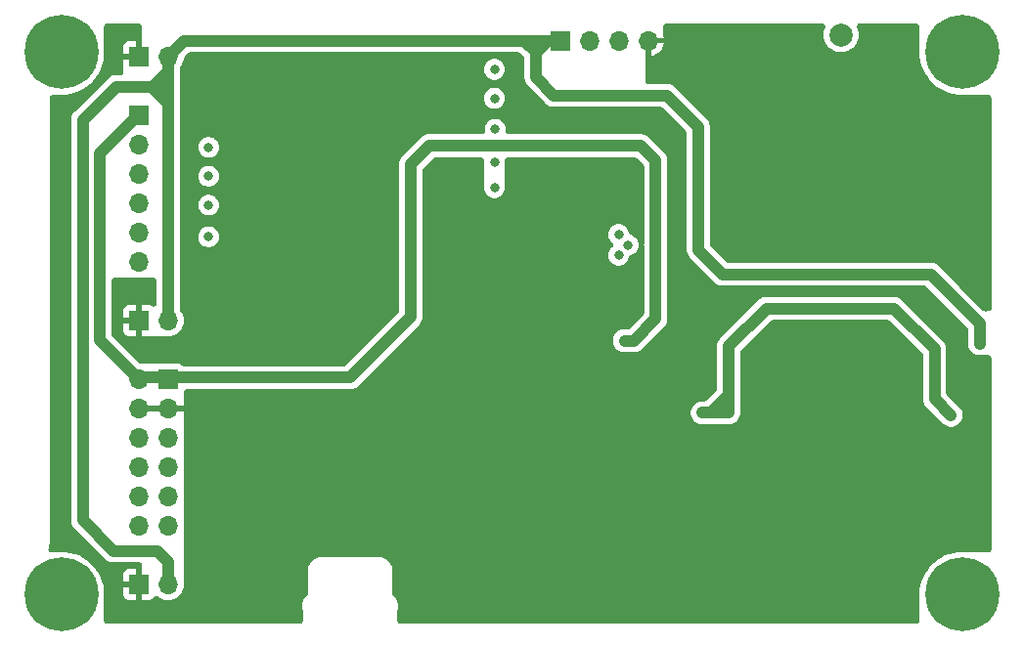
<source format=gbr>
%TF.GenerationSoftware,KiCad,Pcbnew,8.0.6*%
%TF.CreationDate,2024-10-28T10:58:12+07:00*%
%TF.ProjectId,PICO_ADC_Test,5049434f-5f41-4444-935f-546573742e6b,R0.1*%
%TF.SameCoordinates,PX72ade90PY75c75e0*%
%TF.FileFunction,Copper,L3,Inr*%
%TF.FilePolarity,Positive*%
%FSLAX46Y46*%
G04 Gerber Fmt 4.6, Leading zero omitted, Abs format (unit mm)*
G04 Created by KiCad (PCBNEW 8.0.6) date 2024-10-28 10:58:12*
%MOMM*%
%LPD*%
G01*
G04 APERTURE LIST*
%TA.AperFunction,ComponentPad*%
%ADD10C,2.000000*%
%TD*%
%TA.AperFunction,ComponentPad*%
%ADD11R,1.700000X1.700000*%
%TD*%
%TA.AperFunction,ComponentPad*%
%ADD12O,1.700000X1.700000*%
%TD*%
%TA.AperFunction,ComponentPad*%
%ADD13C,0.800000*%
%TD*%
%TA.AperFunction,ComponentPad*%
%ADD14C,6.400000*%
%TD*%
%TA.AperFunction,ViaPad*%
%ADD15C,0.800000*%
%TD*%
%TA.AperFunction,Conductor*%
%ADD16C,1.000000*%
%TD*%
%TA.AperFunction,Conductor*%
%ADD17C,0.500000*%
%TD*%
G04 APERTURE END LIST*
D10*
%TO.N,Net-(U1-A)*%
%TO.C,REF\u002A\u002A*%
X71000000Y52000000D03*
%TD*%
D11*
%TO.N,+5V*%
%TO.C,J4*%
X46700000Y51500000D03*
D12*
%TO.N,SWCLK*%
X49240000Y51500000D03*
%TO.N,SWDIO*%
X51780000Y51500000D03*
%TO.N,GND*%
X54320000Y51500000D03*
%TD*%
D11*
%TO.N,GND*%
%TO.C,J2*%
X10210000Y27250000D03*
D12*
%TO.N,+5V*%
X12750000Y27250000D03*
%TD*%
D13*
%TO.N,N/C*%
%TO.C,REF\u002A\u002A*%
X79100000Y3500000D03*
X79802944Y5197056D03*
X79802944Y1802944D03*
X81500000Y5900000D03*
D14*
X81500000Y3500000D03*
D13*
X81500000Y1100000D03*
X83197056Y5197056D03*
X83197056Y1802944D03*
X83900000Y3500000D03*
%TD*%
D11*
%TO.N,+3.3V*%
%TO.C,J3*%
X10210000Y45030000D03*
D12*
%TO.N,GND*%
X10210000Y42490000D03*
%TO.N,GPIO17*%
X10210000Y39950000D03*
%TO.N,GPIO16*%
X10210000Y37410000D03*
%TO.N,GPIO12*%
X10210000Y34870000D03*
%TO.N,GPIO11*%
X10210000Y32330000D03*
%TD*%
D13*
%TO.N,N/C*%
%TO.C,REF\u002A\u002A*%
X1100000Y3500000D03*
X1802944Y5197056D03*
X1802944Y1802944D03*
X3500000Y5900000D03*
D14*
X3500000Y3500000D03*
D13*
X3500000Y1100000D03*
X5197056Y5197056D03*
X5197056Y1802944D03*
X5900000Y3500000D03*
%TD*%
%TO.N,N/C*%
%TO.C,REF\u002A\u002A*%
X1100000Y50500000D03*
X1802944Y52197056D03*
X1802944Y48802944D03*
X3500000Y52900000D03*
D14*
X3500000Y50500000D03*
D13*
X3500000Y48100000D03*
X5197056Y52197056D03*
X5197056Y48802944D03*
X5900000Y50500000D03*
%TD*%
D11*
%TO.N,GND*%
%TO.C,J5*%
X10210000Y50120000D03*
D12*
%TO.N,+5V*%
X12750000Y50120000D03*
%TD*%
D11*
%TO.N,GND*%
%TO.C,J7*%
X10210000Y4390000D03*
D12*
%TO.N,+5V*%
X12750000Y4390000D03*
%TD*%
D13*
%TO.N,N/C*%
%TO.C,REF\u002A\u002A*%
X79100000Y50500000D03*
X79802944Y52197056D03*
X79802944Y48802944D03*
X81500000Y52900000D03*
D14*
X81500000Y50500000D03*
D13*
X81500000Y48100000D03*
X83197056Y52197056D03*
X83197056Y48802944D03*
X83900000Y50500000D03*
%TD*%
D11*
%TO.N,+3.3V*%
%TO.C,J6*%
X12750000Y22170000D03*
D12*
X10210000Y22170000D03*
%TO.N,GND*%
X12750000Y19630000D03*
X10210000Y19630000D03*
%TO.N,GPIO21*%
X12750000Y17090000D03*
%TO.N,GPIO28*%
X10210000Y17090000D03*
%TO.N,GPIO20*%
X12750000Y14550000D03*
%TO.N,GPIO27*%
X10210000Y14550000D03*
%TO.N,GPIO19*%
X12750000Y12010000D03*
%TO.N,GPIO26*%
X10210000Y12010000D03*
%TO.N,GPIO18*%
X12750000Y9470000D03*
%TO.N,GPIO22*%
X10210000Y9470000D03*
%TD*%
D15*
%TO.N,GND*%
X59500000Y13000000D03*
X3000000Y10690000D03*
X83500000Y38630000D03*
X63500000Y42250000D03*
X56500000Y32500000D03*
X73200000Y44650000D03*
X57250000Y16000000D03*
X83500000Y28470000D03*
X83500000Y41170000D03*
X21750000Y50000000D03*
X74500000Y26750000D03*
X52750000Y27500000D03*
X70040000Y1500000D03*
X59250000Y16000000D03*
X26000000Y28500000D03*
X3000000Y38630000D03*
X66000000Y7000000D03*
X30750000Y10500000D03*
X60250000Y52500000D03*
X78250000Y47950000D03*
X49500000Y17250000D03*
X73750000Y39750000D03*
X72580000Y1500000D03*
X30750000Y33500000D03*
X61250000Y17750000D03*
X45250000Y32250000D03*
X42750000Y34750000D03*
X63400000Y52500000D03*
X55750000Y3000000D03*
X66750000Y29750000D03*
X83500000Y31010000D03*
X3000000Y33550000D03*
X3000000Y23390000D03*
X63400000Y50750000D03*
X83500000Y43710000D03*
X21750000Y1500000D03*
X51250000Y9500000D03*
X76250000Y40250000D03*
X35250000Y46250000D03*
X83500000Y17500000D03*
X49500000Y1500000D03*
X73000000Y16750000D03*
X26250000Y20750000D03*
X52750000Y5750000D03*
X58150000Y6000000D03*
X69500000Y11750000D03*
X76500000Y46250000D03*
X21750000Y20750000D03*
X35000000Y1500000D03*
X43000000Y37250000D03*
X66000000Y9250000D03*
X3000000Y46250000D03*
X83500000Y33550000D03*
X30750000Y46250000D03*
X51250000Y15512500D03*
X78250000Y18750000D03*
X77250000Y1500000D03*
X67700000Y43700000D03*
X78000000Y7750000D03*
X56750000Y52500000D03*
X72250000Y45000000D03*
X30750000Y37500000D03*
X3000000Y31010000D03*
X63750000Y29750000D03*
X57250000Y7912500D03*
X54500000Y48500000D03*
X3000000Y13230000D03*
X58150000Y3750000D03*
X61500000Y11250000D03*
X81000000Y25250000D03*
X51000000Y3000000D03*
X3000000Y25930000D03*
X26000000Y23750000D03*
X50500000Y45250000D03*
X21750000Y38670000D03*
X3000000Y8150000D03*
X50250000Y5750000D03*
X71250000Y29750000D03*
X3000000Y20850000D03*
X75750000Y18750000D03*
X69400000Y44700000D03*
X75250000Y47150000D03*
X21750000Y47000000D03*
X68250000Y29750000D03*
X78400000Y46250000D03*
X75120000Y1500000D03*
X56500000Y34000000D03*
X21750000Y33590000D03*
X66000000Y2500000D03*
X55300000Y17700000D03*
X21750000Y23750000D03*
X83500000Y36090000D03*
X61500000Y13000000D03*
X57250000Y13000000D03*
X66250000Y42250000D03*
X77000000Y33500000D03*
X26250000Y10500000D03*
X48750000Y25250000D03*
X52750000Y30000000D03*
X30750000Y40750000D03*
X55500000Y5750000D03*
X69950000Y48100000D03*
X83500000Y46250000D03*
X30750000Y28500000D03*
X79700000Y42850000D03*
X35000000Y5510000D03*
X26000000Y40500000D03*
X76500000Y25000000D03*
X44950000Y37250000D03*
X51250000Y12512500D03*
X83500000Y14960000D03*
X3000000Y15770000D03*
X52750000Y1500000D03*
X63400000Y48750000D03*
X73500000Y47000000D03*
X3000000Y36090000D03*
X50500000Y25250000D03*
X79500000Y27250000D03*
X65500000Y11750000D03*
X35000000Y15670000D03*
X73000000Y18750000D03*
X21750000Y5510000D03*
X69750000Y29750000D03*
X60250000Y43250000D03*
X79700000Y44900000D03*
X47000000Y29850000D03*
X47000000Y18250000D03*
X35000000Y10590000D03*
X21750000Y10590000D03*
X54750000Y45250000D03*
X83500000Y7750000D03*
X83500000Y12420000D03*
X52750000Y8250000D03*
X80250000Y46500000D03*
X56500000Y42500000D03*
X30750000Y15750000D03*
X21750000Y43750000D03*
X83500000Y9880000D03*
X21750000Y15670000D03*
X59750000Y1500000D03*
X55750000Y1500000D03*
X80750000Y7750000D03*
X76250000Y41500000D03*
X35000000Y20750000D03*
X30750000Y20750000D03*
X71750000Y26750000D03*
X70500000Y46750000D03*
X47000000Y25250000D03*
X77750000Y42300000D03*
X56500000Y38500000D03*
X3000000Y28470000D03*
X72000000Y13750000D03*
X66000000Y4750000D03*
X63000000Y17750000D03*
X3000000Y18310000D03*
X52750000Y9500000D03*
X57250000Y17750000D03*
X77000000Y35500000D03*
X21750000Y28510000D03*
X3000000Y41170000D03*
X61250000Y16000000D03*
X67500000Y1500000D03*
X59250000Y17750000D03*
X72200000Y48100000D03*
X3000000Y43710000D03*
X26250000Y15750000D03*
X51250000Y8250000D03*
X65250000Y29750000D03*
X61500000Y28500000D03*
X28500000Y48550000D03*
X56500000Y35500000D03*
X35000000Y23750000D03*
X71250000Y45750000D03*
X26000000Y33500000D03*
X43750000Y39400000D03*
%TO.N,+3.3V*%
X54112500Y41937500D03*
X52250000Y25500000D03*
%TO.N,5VVGA*%
X59000000Y19250000D03*
X61250000Y19250000D03*
X80500000Y19050000D03*
%TO.N,+5V*%
X83000000Y25250000D03*
X80500000Y29500000D03*
%TO.N,GPIO21*%
X16250000Y34500000D03*
%TO.N,GPIO18*%
X16250000Y42250000D03*
%TO.N,GPIO19*%
X16250000Y39750000D03*
%TO.N,GPIO11*%
X41000000Y38750000D03*
%TO.N,GPIO12*%
X41000000Y41000000D03*
%TO.N,GPIO20*%
X16250000Y37250000D03*
%TO.N,CS*%
X41050000Y43800000D03*
X51750000Y34700000D03*
%TO.N,SCLK*%
X52550000Y33800000D03*
X41000000Y46500000D03*
%TO.N,MOSI*%
X51750000Y32900000D03*
X40995000Y49000000D03*
%TD*%
D16*
%TO.N,+3.3V*%
X6850000Y41746296D02*
X6850000Y25530000D01*
X10340000Y22300000D02*
X28500000Y22300000D01*
X54950000Y27400000D02*
X53050000Y25500000D01*
X53650000Y42400000D02*
X54950000Y41100000D01*
X10210000Y45030000D02*
X10133704Y45030000D01*
X6850000Y25530000D02*
X10210000Y22170000D01*
X10210000Y22170000D02*
X10340000Y22300000D01*
X28500000Y22300000D02*
X33750000Y27550000D01*
X53050000Y25500000D02*
X52250000Y25500000D01*
X33750000Y27550000D02*
X33750000Y40800000D01*
X54950000Y41100000D02*
X54950000Y27400000D01*
X35350000Y42400000D02*
X53650000Y42400000D01*
X10133704Y45030000D02*
X6850000Y41746296D01*
X33750000Y40800000D02*
X35350000Y42400000D01*
%TO.N,5VVGA*%
X61250000Y19250000D02*
X59000000Y19250000D01*
X79100000Y24750000D02*
X75550000Y28300000D01*
X61250000Y21700000D02*
X61250000Y19250000D01*
D17*
X61250000Y21500000D02*
X61250000Y21700000D01*
D16*
X64550000Y28300000D02*
X61250000Y25000000D01*
X79100000Y20450000D02*
X79100000Y24750000D01*
X59700000Y19250000D02*
X61250000Y20800000D01*
X80500000Y19050000D02*
X79100000Y20450000D01*
X61250000Y25000000D02*
X61250000Y21700000D01*
X75550000Y28300000D02*
X64550000Y28300000D01*
X61250000Y20800000D02*
X61250000Y21500000D01*
X59000000Y19250000D02*
X59700000Y19250000D01*
%TO.N,+5V*%
X44600000Y51500000D02*
X44600000Y50500000D01*
X12750000Y46850000D02*
X12750000Y47500000D01*
X12750000Y6350000D02*
X11800000Y7300000D01*
X8000000Y7300000D02*
X5350000Y9950000D01*
D17*
X44600000Y51500000D02*
X46700000Y51500000D01*
X46700000Y51500000D02*
X45600000Y51500000D01*
D16*
X44650000Y50500000D02*
X45600000Y51450000D01*
X11400000Y47400000D02*
X12750000Y46050000D01*
X83000000Y25250000D02*
X83000000Y27000000D01*
X44600000Y50500000D02*
X44600000Y48300000D01*
X83000000Y27000000D02*
X80500000Y29500000D01*
D17*
X45300000Y51500000D02*
X45350000Y51500000D01*
D16*
X5350000Y9950000D02*
X5350000Y44600000D01*
X12100000Y47500000D02*
X12750000Y46850000D01*
X12100000Y47500000D02*
X12750000Y47500000D01*
D17*
X45600000Y51500000D02*
X45350000Y51500000D01*
D16*
X78750000Y31250000D02*
X80500000Y29500000D01*
X45600000Y51450000D02*
X45600000Y51500000D01*
X58650000Y44000000D02*
X58650000Y33350000D01*
X12750000Y46850000D02*
X12750000Y46050000D01*
D17*
X46700000Y51500000D02*
X45300000Y51500000D01*
D16*
X14130000Y51500000D02*
X12750000Y50120000D01*
X46700000Y51500000D02*
X43600000Y51500000D01*
X11800000Y7300000D02*
X8000000Y7300000D01*
X44600000Y50500000D02*
X43600000Y51500000D01*
X12750000Y48850000D02*
X11400000Y47500000D01*
D17*
X45350000Y51500000D02*
X44600000Y51500000D01*
D16*
X43600000Y51500000D02*
X14130000Y51500000D01*
X12750000Y27250000D02*
X12750000Y46850000D01*
X44600000Y50500000D02*
X44650000Y50500000D01*
X12750000Y50120000D02*
X12750000Y48200000D01*
X58650000Y33350000D02*
X60750000Y31250000D01*
X60750000Y31250000D02*
X78750000Y31250000D01*
X12750000Y4390000D02*
X12750000Y6350000D01*
X5350000Y44600000D02*
X8250000Y47500000D01*
X46150000Y46750000D02*
X55900000Y46750000D01*
D17*
X44600000Y51500000D02*
X45300000Y51500000D01*
D16*
X12750000Y48200000D02*
X12750000Y47500000D01*
X55900000Y46750000D02*
X58650000Y44000000D01*
X11400000Y47500000D02*
X11400000Y47400000D01*
X44600000Y48300000D02*
X46150000Y46750000D01*
X8250000Y47500000D02*
X12100000Y47500000D01*
%TD*%
%TA.AperFunction,Conductor*%
%TO.N,GND*%
G36*
X10296288Y52981046D02*
G01*
X10377070Y52927070D01*
X10431046Y52846288D01*
X10450000Y52751000D01*
X10450000Y51581139D01*
X10434765Y51504549D01*
X10441046Y51495149D01*
X10450000Y51450135D01*
X10450000Y51250000D01*
X10460000Y51250000D01*
X10460000Y50553012D01*
X10402993Y50585925D01*
X10275826Y50620000D01*
X10144174Y50620000D01*
X10017007Y50585925D01*
X9960000Y50553012D01*
X9960000Y51401861D01*
X9971304Y51458695D01*
X9959999Y51470000D01*
X9312167Y51470000D01*
X9252628Y51463599D01*
X9252621Y51463597D01*
X9117912Y51413354D01*
X9002812Y51327190D01*
X9002810Y51327188D01*
X8916646Y51212088D01*
X8866403Y51077379D01*
X8866401Y51077372D01*
X8860000Y51017833D01*
X8860000Y50370001D01*
X8860001Y50370000D01*
X9776988Y50370000D01*
X9744075Y50312993D01*
X9710000Y50185826D01*
X9710000Y50054174D01*
X9744075Y49927007D01*
X9776988Y49870000D01*
X8860001Y49870000D01*
X8860000Y49869999D01*
X8860000Y49572651D01*
X8850000Y49522378D01*
X8850000Y48749500D01*
X8831046Y48654212D01*
X8777070Y48573430D01*
X8696288Y48519454D01*
X8601000Y48500500D01*
X8348540Y48500500D01*
X8151459Y48500500D01*
X7958164Y48462051D01*
X7942337Y48455495D01*
X7942332Y48455494D01*
X7776087Y48386633D01*
X7776084Y48386630D01*
X7612221Y48277142D01*
X7612218Y48277139D01*
X4712220Y45377141D01*
X4712218Y45377139D01*
X4712217Y45377140D01*
X4572862Y45237784D01*
X4572860Y45237781D01*
X4463369Y45073916D01*
X4463365Y45073909D01*
X4387949Y44891836D01*
X4387947Y44891831D01*
X4349500Y44698546D01*
X4349500Y9851455D01*
X4387947Y9658170D01*
X4387949Y9658165D01*
X4463365Y9476092D01*
X4463366Y9476089D01*
X4463368Y9476086D01*
X4572861Y9312218D01*
X4712218Y9172861D01*
X4712221Y9172859D01*
X7222858Y6662222D01*
X7222861Y6662218D01*
X7362218Y6522861D01*
X7526086Y6413368D01*
X7654834Y6360039D01*
X7708164Y6337949D01*
X7804812Y6318725D01*
X7901459Y6299500D01*
X7901460Y6299500D01*
X8098540Y6299500D01*
X10251000Y6299500D01*
X10346288Y6280546D01*
X10427070Y6226570D01*
X10481046Y6145788D01*
X10500000Y6050500D01*
X10500000Y5883139D01*
X10481046Y5787851D01*
X10460000Y5756353D01*
X10460000Y4823012D01*
X10402993Y4855925D01*
X10275826Y4890000D01*
X10144174Y4890000D01*
X10017007Y4855925D01*
X9960000Y4823012D01*
X9960000Y5739999D01*
X9959999Y5740000D01*
X9312167Y5740000D01*
X9252628Y5733599D01*
X9252621Y5733597D01*
X9117912Y5683354D01*
X9002812Y5597190D01*
X9002810Y5597188D01*
X8916646Y5482088D01*
X8866403Y5347379D01*
X8866401Y5347372D01*
X8860000Y5287833D01*
X8860000Y4640001D01*
X8860001Y4640000D01*
X9776988Y4640000D01*
X9744075Y4582993D01*
X9710000Y4455826D01*
X9710000Y4324174D01*
X9744075Y4197007D01*
X9776988Y4140000D01*
X8860001Y4140000D01*
X8860000Y4139999D01*
X8860000Y3492168D01*
X8866401Y3432629D01*
X8866403Y3432622D01*
X8916646Y3297913D01*
X9002810Y3182813D01*
X9002812Y3182811D01*
X9117912Y3096647D01*
X9252621Y3046404D01*
X9252628Y3046402D01*
X9312167Y3040001D01*
X9312175Y3040000D01*
X9959999Y3040000D01*
X9960000Y3040001D01*
X9960000Y3956988D01*
X10017007Y3924075D01*
X10144174Y3890000D01*
X10275826Y3890000D01*
X10402993Y3924075D01*
X10460000Y3956988D01*
X10460000Y3040001D01*
X10460001Y3040000D01*
X11107825Y3040000D01*
X11107832Y3040001D01*
X11167371Y3046402D01*
X11167378Y3046404D01*
X11302087Y3096647D01*
X11417187Y3182811D01*
X11417189Y3182813D01*
X11514026Y3312169D01*
X11517313Y3309709D01*
X11557897Y3358286D01*
X11643978Y3403333D01*
X11740745Y3412009D01*
X11833466Y3382993D01*
X11874223Y3355177D01*
X11878593Y3351511D01*
X11878599Y3351505D01*
X12072170Y3215965D01*
X12286337Y3116097D01*
X12514592Y3054937D01*
X12514595Y3054937D01*
X12514598Y3054936D01*
X12749995Y3034341D01*
X12750000Y3034341D01*
X12750005Y3034341D01*
X12985401Y3054936D01*
X12985403Y3054937D01*
X12985408Y3054937D01*
X13213663Y3116097D01*
X13427830Y3215965D01*
X13621401Y3351505D01*
X13788495Y3518599D01*
X13924035Y3712170D01*
X14023903Y3926337D01*
X14085063Y4154592D01*
X14096171Y4281565D01*
X14110764Y4331629D01*
X14106606Y4379159D01*
X14106604Y4379202D01*
X14100948Y4443847D01*
X14100000Y4465550D01*
X14100000Y9394452D01*
X14100948Y9416156D01*
X14105659Y9469998D01*
X14105659Y9470004D01*
X14100948Y9523847D01*
X14100000Y9545550D01*
X14100000Y11856781D01*
X14099366Y11858541D01*
X14097546Y11917268D01*
X14105659Y12009996D01*
X14105659Y12010006D01*
X14091993Y12166205D01*
X14100000Y12239323D01*
X14100000Y14474452D01*
X14100948Y14496156D01*
X14105659Y14549998D01*
X14105659Y14550004D01*
X14100948Y14603847D01*
X14100000Y14625550D01*
X14100000Y17014452D01*
X14100948Y17036156D01*
X14105659Y17089998D01*
X14105659Y17090004D01*
X14100948Y17143847D01*
X14100000Y17165550D01*
X14100000Y19348546D01*
X57999500Y19348546D01*
X57999500Y19151455D01*
X58037947Y18958170D01*
X58037949Y18958165D01*
X58113365Y18776092D01*
X58113366Y18776089D01*
X58113368Y18776086D01*
X58222861Y18612218D01*
X58362218Y18472861D01*
X58526086Y18363368D01*
X58708165Y18287949D01*
X58708167Y18287949D01*
X58708169Y18287948D01*
X58828387Y18264035D01*
X58901459Y18249500D01*
X61348541Y18249500D01*
X61541835Y18287949D01*
X61723914Y18363368D01*
X61887782Y18472861D01*
X62027139Y18612218D01*
X62136632Y18776086D01*
X62212051Y18958165D01*
X62250500Y19151459D01*
X62250500Y21798541D01*
X62250500Y24482440D01*
X62269454Y24577728D01*
X62323430Y24658510D01*
X64891491Y27226570D01*
X64972273Y27280546D01*
X65067561Y27299500D01*
X75032440Y27299500D01*
X75127728Y27280546D01*
X75208510Y27226570D01*
X78026570Y24408510D01*
X78080546Y24327728D01*
X78099500Y24232440D01*
X78099500Y20548540D01*
X78099500Y20351460D01*
X78137142Y20162219D01*
X78137146Y20162201D01*
X78137145Y20162201D01*
X78137948Y20158168D01*
X78137950Y20158162D01*
X78162831Y20098095D01*
X78213368Y19976086D01*
X78322861Y19812218D01*
X78462218Y19672861D01*
X78462221Y19672859D01*
X79862219Y18272861D01*
X80026086Y18163369D01*
X80208164Y18087949D01*
X80401460Y18049500D01*
X80401463Y18049500D01*
X80598537Y18049500D01*
X80598540Y18049500D01*
X80791836Y18087949D01*
X80973914Y18163369D01*
X81137781Y18272861D01*
X81277139Y18412219D01*
X81386631Y18576086D01*
X81462051Y18758164D01*
X81500500Y18951460D01*
X81500500Y19148540D01*
X81462051Y19341836D01*
X81386631Y19523914D01*
X81277139Y19687781D01*
X80173430Y20791490D01*
X80119454Y20872272D01*
X80100500Y20967560D01*
X80100500Y24848539D01*
X80097779Y24862218D01*
X80062051Y25041835D01*
X80053804Y25061744D01*
X80024821Y25131716D01*
X79986632Y25223914D01*
X79877139Y25387782D01*
X79737782Y25527139D01*
X79737778Y25527142D01*
X76327141Y28937779D01*
X76327139Y28937782D01*
X76187782Y29077139D01*
X76023914Y29186632D01*
X76023909Y29186635D01*
X75934868Y29223517D01*
X75895165Y29239962D01*
X75841836Y29262051D01*
X75841833Y29262052D01*
X75745189Y29281276D01*
X75745188Y29281276D01*
X75648541Y29300500D01*
X64451459Y29300500D01*
X64354812Y29281276D01*
X64354810Y29281276D01*
X64258165Y29262052D01*
X64204837Y29239965D01*
X64204838Y29239964D01*
X64076083Y29186631D01*
X64076078Y29186628D01*
X63953047Y29104422D01*
X63953046Y29104420D01*
X63932494Y29090688D01*
X63912222Y29077142D01*
X63912219Y29077140D01*
X60612220Y25777141D01*
X60612218Y25777139D01*
X60612217Y25777140D01*
X60472862Y25637784D01*
X60472860Y25637781D01*
X60363369Y25473916D01*
X60363367Y25473912D01*
X60327691Y25387782D01*
X60287948Y25291836D01*
X60287947Y25291833D01*
X60271305Y25208164D01*
X60249500Y25098547D01*
X60249500Y21317560D01*
X60230546Y21222272D01*
X60176570Y21141490D01*
X59358510Y20323430D01*
X59277728Y20269454D01*
X59182440Y20250500D01*
X58901454Y20250500D01*
X58708169Y20212053D01*
X58708164Y20212051D01*
X58526091Y20136635D01*
X58526084Y20136631D01*
X58362221Y20027142D01*
X58222858Y19887779D01*
X58113369Y19723916D01*
X58113365Y19723909D01*
X58037949Y19541836D01*
X58037947Y19541831D01*
X57999500Y19348546D01*
X14100000Y19348546D01*
X14100000Y19380000D01*
X13183012Y19380000D01*
X13215925Y19437007D01*
X13250000Y19564174D01*
X13250000Y19695826D01*
X13215925Y19822993D01*
X13183012Y19880000D01*
X14100000Y19880000D01*
X14100000Y21050500D01*
X14118954Y21145788D01*
X14172930Y21226570D01*
X14253712Y21280546D01*
X14349000Y21299500D01*
X28598539Y21299500D01*
X28598540Y21299500D01*
X28598541Y21299500D01*
X28695188Y21318725D01*
X28791836Y21337949D01*
X28845165Y21360039D01*
X28973914Y21413368D01*
X29137782Y21522861D01*
X29277139Y21662218D01*
X29277141Y21662222D01*
X34387778Y26772859D01*
X34387782Y26772861D01*
X34527139Y26912218D01*
X34636632Y27076086D01*
X34712051Y27258165D01*
X34718749Y27291835D01*
X34750500Y27451460D01*
X34750500Y27648540D01*
X34750500Y34700000D01*
X50844540Y34700000D01*
X50864325Y34511745D01*
X50893573Y34421730D01*
X50922821Y34331716D01*
X51017467Y34167784D01*
X51017469Y34167781D01*
X51116164Y34058170D01*
X51144129Y34027112D01*
X51179457Y34001445D01*
X51245406Y33930101D01*
X51279033Y33838951D01*
X51275218Y33741871D01*
X51234543Y33653641D01*
X51179457Y33598555D01*
X51144126Y33572886D01*
X51017469Y33432220D01*
X50922822Y33268286D01*
X50864325Y33088256D01*
X50844540Y32900000D01*
X50864325Y32711745D01*
X50893573Y32621730D01*
X50922821Y32531716D01*
X50922822Y32531715D01*
X51017469Y32367781D01*
X51106004Y32269454D01*
X51144129Y32227112D01*
X51258984Y32143665D01*
X51297271Y32115848D01*
X51470189Y32038859D01*
X51470192Y32038858D01*
X51470197Y32038856D01*
X51655354Y31999500D01*
X51844645Y31999500D01*
X51844646Y31999500D01*
X52029803Y32038856D01*
X52155003Y32094599D01*
X52202728Y32115848D01*
X52202728Y32115849D01*
X52202730Y32115849D01*
X52355871Y32227112D01*
X52482533Y32367784D01*
X52577179Y32531716D01*
X52635674Y32711744D01*
X52636743Y32721919D01*
X52665550Y32814700D01*
X52727673Y32889399D01*
X52813652Y32934638D01*
X52828156Y32938322D01*
X52829796Y32938855D01*
X52829803Y32938856D01*
X52984722Y33007831D01*
X53002728Y33015848D01*
X53002728Y33015849D01*
X53002730Y33015849D01*
X53155871Y33127112D01*
X53282533Y33267784D01*
X53377179Y33431716D01*
X53435674Y33611744D01*
X53452864Y33775302D01*
X53459765Y33797527D01*
X53452864Y33824700D01*
X53435674Y33988256D01*
X53412957Y34058170D01*
X53377179Y34168284D01*
X53282533Y34332216D01*
X53282531Y34332219D01*
X53282530Y34332220D01*
X53155873Y34472886D01*
X53155872Y34472887D01*
X53155871Y34472888D01*
X53079300Y34528520D01*
X53002728Y34584153D01*
X52829808Y34661142D01*
X52829806Y34661143D01*
X52829803Y34661144D01*
X52829799Y34661145D01*
X52817385Y34665179D01*
X52817929Y34666855D01*
X52743341Y34698902D01*
X52675548Y34768495D01*
X52639548Y34858734D01*
X52636745Y34878064D01*
X52635674Y34888256D01*
X52577179Y35068284D01*
X52482533Y35232216D01*
X52482531Y35232219D01*
X52482530Y35232220D01*
X52355873Y35372886D01*
X52355872Y35372887D01*
X52355871Y35372888D01*
X52279300Y35428520D01*
X52202728Y35484153D01*
X52029810Y35561142D01*
X52029796Y35561146D01*
X51844646Y35600500D01*
X51655354Y35600500D01*
X51470203Y35561146D01*
X51470189Y35561142D01*
X51297271Y35484153D01*
X51144126Y35372886D01*
X51017469Y35232220D01*
X50922822Y35068286D01*
X50864325Y34888256D01*
X50844540Y34700000D01*
X34750500Y34700000D01*
X34750500Y40282440D01*
X34769454Y40377728D01*
X34823430Y40458510D01*
X34823431Y40458510D01*
X35691492Y41326570D01*
X35772273Y41380546D01*
X35867561Y41399500D01*
X39851000Y41399500D01*
X39946288Y41380546D01*
X40027070Y41326570D01*
X40081046Y41245788D01*
X40100000Y41150500D01*
X40100000Y41065000D01*
X40098636Y41038974D01*
X40094540Y41000002D01*
X40094540Y41000001D01*
X40098636Y40961030D01*
X40100000Y40935002D01*
X40100000Y38815000D01*
X40098636Y38788974D01*
X40094540Y38750002D01*
X40094540Y38750001D01*
X40114325Y38561745D01*
X40142175Y38476035D01*
X40172821Y38381716D01*
X40230740Y38281397D01*
X40267469Y38217781D01*
X40394126Y38077115D01*
X40394129Y38077112D01*
X40508984Y37993665D01*
X40547271Y37965848D01*
X40720189Y37888859D01*
X40720192Y37888858D01*
X40720197Y37888856D01*
X40905354Y37849500D01*
X41094645Y37849500D01*
X41094646Y37849500D01*
X41279803Y37888856D01*
X41452730Y37965849D01*
X41605871Y38077112D01*
X41732533Y38217784D01*
X41827179Y38381716D01*
X41885674Y38561744D01*
X41898601Y38684744D01*
X41908846Y38717739D01*
X41906823Y38736994D01*
X41906818Y38737071D01*
X41905459Y38749998D01*
X41905460Y38750000D01*
X41901364Y38788974D01*
X41900000Y38815000D01*
X41900000Y40935002D01*
X41901364Y40961029D01*
X41905460Y41000001D01*
X41905460Y41000002D01*
X41892378Y41124474D01*
X41901268Y41221221D01*
X41946505Y41307202D01*
X42021203Y41369326D01*
X42113988Y41398136D01*
X42140014Y41399500D01*
X53132440Y41399500D01*
X53227728Y41380546D01*
X53308510Y41326570D01*
X53876570Y40758510D01*
X53930546Y40677728D01*
X53949500Y40582440D01*
X53949500Y33850727D01*
X53940991Y33807954D01*
X53949500Y33749274D01*
X53949500Y27917561D01*
X53930546Y27822273D01*
X53876570Y27741491D01*
X52708510Y26573430D01*
X52627728Y26519454D01*
X52532440Y26500500D01*
X52151454Y26500500D01*
X51958169Y26462053D01*
X51958164Y26462051D01*
X51776091Y26386635D01*
X51776084Y26386631D01*
X51612221Y26277142D01*
X51472858Y26137779D01*
X51363369Y25973916D01*
X51363365Y25973909D01*
X51287949Y25791836D01*
X51287947Y25791831D01*
X51249500Y25598546D01*
X51249500Y25401455D01*
X51287947Y25208170D01*
X51287949Y25208165D01*
X51363365Y25026092D01*
X51363369Y25026085D01*
X51459162Y24882719D01*
X51472861Y24862218D01*
X51612218Y24722861D01*
X51776086Y24613368D01*
X51958165Y24537949D01*
X51958167Y24537949D01*
X51958169Y24537948D01*
X52054804Y24518726D01*
X52151459Y24499500D01*
X53148539Y24499500D01*
X53148540Y24499500D01*
X53148541Y24499500D01*
X53245188Y24518725D01*
X53341836Y24537949D01*
X53414262Y24567949D01*
X53523914Y24613368D01*
X53687782Y24722861D01*
X53827139Y24862218D01*
X53827139Y24862220D01*
X53847639Y24882719D01*
X53847640Y24882722D01*
X55727140Y26762219D01*
X55820177Y26901460D01*
X55836632Y26926086D01*
X55898764Y27076086D01*
X55912051Y27108164D01*
X55941888Y27258165D01*
X55950500Y27301459D01*
X55950500Y41198541D01*
X55924763Y41327930D01*
X55912052Y41391835D01*
X55836632Y41573914D01*
X55727140Y41737781D01*
X54427140Y43037780D01*
X54427139Y43037782D01*
X54287782Y43177139D01*
X54287776Y43177143D01*
X54123914Y43286632D01*
X54123909Y43286635D01*
X54034868Y43323517D01*
X53995165Y43339962D01*
X53941836Y43362051D01*
X53941833Y43362052D01*
X53845189Y43381276D01*
X53845188Y43381276D01*
X53748541Y43400500D01*
X53748538Y43400500D01*
X42190014Y43400500D01*
X42094726Y43419454D01*
X42013944Y43473430D01*
X41959968Y43554212D01*
X41941014Y43649500D01*
X41942378Y43675526D01*
X41955460Y43799999D01*
X41955460Y43800000D01*
X41935674Y43988256D01*
X41877179Y44168284D01*
X41782533Y44332216D01*
X41782531Y44332219D01*
X41782530Y44332220D01*
X41655873Y44472886D01*
X41655872Y44472887D01*
X41655871Y44472888D01*
X41579300Y44528520D01*
X41502728Y44584153D01*
X41329810Y44661142D01*
X41329796Y44661146D01*
X41144646Y44700500D01*
X40955354Y44700500D01*
X40770203Y44661146D01*
X40770189Y44661142D01*
X40597271Y44584153D01*
X40444126Y44472886D01*
X40317469Y44332220D01*
X40222822Y44168286D01*
X40164325Y43988256D01*
X40144540Y43800000D01*
X40144540Y43799999D01*
X40157622Y43675526D01*
X40148732Y43578779D01*
X40103495Y43492798D01*
X40028797Y43430674D01*
X39936012Y43401864D01*
X39909986Y43400500D01*
X35251459Y43400500D01*
X35219389Y43394122D01*
X35219386Y43394122D01*
X35058168Y43362054D01*
X35058167Y43362053D01*
X34876090Y43286635D01*
X34876085Y43286632D01*
X34712222Y43177143D01*
X34712219Y43177140D01*
X33112220Y41577141D01*
X33112218Y41577139D01*
X33112217Y41577140D01*
X32972862Y41437784D01*
X32972860Y41437781D01*
X32863368Y41273916D01*
X32827888Y41188257D01*
X32827888Y41188256D01*
X32787948Y41091835D01*
X32787947Y41091833D01*
X32769971Y41001458D01*
X32749500Y40898547D01*
X32749500Y28067560D01*
X32730546Y27972272D01*
X32676570Y27891490D01*
X28158510Y23373430D01*
X28077728Y23319454D01*
X27982440Y23300500D01*
X14137731Y23300500D01*
X14042443Y23319454D01*
X13961661Y23373430D01*
X13957548Y23377543D01*
X13957546Y23377546D01*
X13842331Y23463796D01*
X13735118Y23503784D01*
X13707481Y23514092D01*
X13647873Y23520500D01*
X11852134Y23520500D01*
X11852130Y23520500D01*
X11852128Y23520499D01*
X11828283Y23517936D01*
X11792514Y23514091D01*
X11777363Y23510510D01*
X11776982Y23512119D01*
X11709815Y23500000D01*
X10495904Y23500000D01*
X10452657Y23503784D01*
X10445411Y23505063D01*
X10445408Y23505063D01*
X10445404Y23505064D01*
X10445395Y23505065D01*
X10365227Y23512079D01*
X10271953Y23539266D01*
X10210860Y23584061D01*
X7923430Y25871491D01*
X7869454Y25952273D01*
X7850500Y26047561D01*
X7850500Y30701000D01*
X7869454Y30796288D01*
X7923430Y30877070D01*
X8004212Y30931046D01*
X8099500Y30950000D01*
X11500500Y30950000D01*
X11595788Y30931046D01*
X11676570Y30877070D01*
X11730546Y30796288D01*
X11749500Y30701000D01*
X11749500Y28705864D01*
X11730546Y28610576D01*
X11676570Y28529794D01*
X11595788Y28475818D01*
X11500500Y28456864D01*
X11405212Y28475818D01*
X11351280Y28506529D01*
X11302089Y28543353D01*
X11167378Y28593597D01*
X11167371Y28593599D01*
X11107832Y28600000D01*
X10460001Y28600000D01*
X10460000Y28599999D01*
X10460000Y27683012D01*
X10402993Y27715925D01*
X10275826Y27750000D01*
X10144174Y27750000D01*
X10017007Y27715925D01*
X9960000Y27683012D01*
X9960000Y28599999D01*
X9959999Y28600000D01*
X9312167Y28600000D01*
X9252628Y28593599D01*
X9252621Y28593597D01*
X9117912Y28543354D01*
X9002812Y28457190D01*
X9002810Y28457188D01*
X8916646Y28342088D01*
X8866403Y28207379D01*
X8866401Y28207372D01*
X8860000Y28147833D01*
X8860000Y27500001D01*
X8860001Y27500000D01*
X9776988Y27500000D01*
X9744075Y27442993D01*
X9710000Y27315826D01*
X9710000Y27184174D01*
X9744075Y27057007D01*
X9776988Y27000000D01*
X8860001Y27000000D01*
X8860000Y26999999D01*
X8860000Y26352168D01*
X8866401Y26292629D01*
X8866403Y26292622D01*
X8916646Y26157913D01*
X9002810Y26042813D01*
X9002812Y26042811D01*
X9117912Y25956647D01*
X9252621Y25906404D01*
X9252628Y25906402D01*
X9312167Y25900001D01*
X9312175Y25900000D01*
X9959999Y25900000D01*
X9960000Y25900001D01*
X9960000Y26816988D01*
X10017007Y26784075D01*
X10144174Y26750000D01*
X10275826Y26750000D01*
X10402993Y26784075D01*
X10460000Y26816988D01*
X10460000Y25900001D01*
X10460001Y25900000D01*
X12674452Y25900000D01*
X12696152Y25899053D01*
X12715999Y25897316D01*
X12749997Y25894341D01*
X12750000Y25894341D01*
X12750005Y25894341D01*
X12985401Y25914936D01*
X12985403Y25914937D01*
X12985408Y25914937D01*
X13213663Y25976097D01*
X13427830Y26075965D01*
X13621401Y26211505D01*
X13788495Y26378599D01*
X13924035Y26572170D01*
X14023903Y26786337D01*
X14085063Y27014592D01*
X14088774Y27057007D01*
X14105659Y27249995D01*
X14105659Y27250006D01*
X14085064Y27485402D01*
X14085063Y27485405D01*
X14085063Y27485408D01*
X14023903Y27713663D01*
X13924035Y27927829D01*
X13892916Y27972272D01*
X13795531Y28111353D01*
X13756402Y28200280D01*
X13750500Y28254173D01*
X13750500Y34500000D01*
X15344540Y34500000D01*
X15364325Y34311745D01*
X15393573Y34221730D01*
X15422821Y34131716D01*
X15483214Y34027112D01*
X15517469Y33967781D01*
X15640174Y33831504D01*
X15644129Y33827112D01*
X15715441Y33775301D01*
X15797271Y33715848D01*
X15970189Y33638859D01*
X15970192Y33638858D01*
X15970197Y33638856D01*
X16155354Y33599500D01*
X16344645Y33599500D01*
X16344646Y33599500D01*
X16529803Y33638856D01*
X16563011Y33653641D01*
X16702728Y33715848D01*
X16702728Y33715849D01*
X16702730Y33715849D01*
X16855871Y33827112D01*
X16982533Y33967784D01*
X17077179Y34131716D01*
X17135674Y34311744D01*
X17155460Y34500000D01*
X17135674Y34688256D01*
X17077179Y34868284D01*
X16982533Y35032216D01*
X16982531Y35032219D01*
X16982530Y35032220D01*
X16855873Y35172886D01*
X16855872Y35172887D01*
X16855871Y35172888D01*
X16774207Y35232220D01*
X16702728Y35284153D01*
X16529810Y35361142D01*
X16529796Y35361146D01*
X16344646Y35400500D01*
X16155354Y35400500D01*
X15970203Y35361146D01*
X15970189Y35361142D01*
X15797271Y35284153D01*
X15644126Y35172886D01*
X15517469Y35032220D01*
X15422822Y34868286D01*
X15364325Y34688256D01*
X15344540Y34500000D01*
X13750500Y34500000D01*
X13750500Y37250000D01*
X15344540Y37250000D01*
X15364325Y37061745D01*
X15393573Y36971730D01*
X15422821Y36881716D01*
X15517467Y36717784D01*
X15517469Y36717781D01*
X15625168Y36598170D01*
X15644129Y36577112D01*
X15697138Y36538599D01*
X15797271Y36465848D01*
X15970189Y36388859D01*
X15970192Y36388858D01*
X15970197Y36388856D01*
X16155354Y36349500D01*
X16344645Y36349500D01*
X16344646Y36349500D01*
X16529803Y36388856D01*
X16702730Y36465849D01*
X16855871Y36577112D01*
X16982533Y36717784D01*
X17077179Y36881716D01*
X17135674Y37061744D01*
X17155460Y37250000D01*
X17135674Y37438256D01*
X17077179Y37618284D01*
X16982533Y37782216D01*
X16982531Y37782219D01*
X16982530Y37782220D01*
X16855873Y37922886D01*
X16855872Y37922887D01*
X16855871Y37922888D01*
X16779300Y37978520D01*
X16702728Y38034153D01*
X16529810Y38111142D01*
X16529796Y38111146D01*
X16344646Y38150500D01*
X16155354Y38150500D01*
X15970203Y38111146D01*
X15970189Y38111142D01*
X15797271Y38034153D01*
X15644126Y37922886D01*
X15517469Y37782220D01*
X15422822Y37618286D01*
X15364325Y37438256D01*
X15344540Y37250000D01*
X13750500Y37250000D01*
X13750500Y39750000D01*
X15344540Y39750000D01*
X15364325Y39561745D01*
X15388826Y39486340D01*
X15422821Y39381716D01*
X15499099Y39249599D01*
X15517469Y39217781D01*
X15607057Y39118284D01*
X15644129Y39077112D01*
X15744234Y39004382D01*
X15797271Y38965848D01*
X15970189Y38888859D01*
X15970192Y38888858D01*
X15970197Y38888856D01*
X16155354Y38849500D01*
X16344645Y38849500D01*
X16344646Y38849500D01*
X16529803Y38888856D01*
X16702730Y38965849D01*
X16855871Y39077112D01*
X16982533Y39217784D01*
X17077179Y39381716D01*
X17135674Y39561744D01*
X17155460Y39750000D01*
X17135674Y39938256D01*
X17077179Y40118284D01*
X16982533Y40282216D01*
X16982531Y40282219D01*
X16982530Y40282220D01*
X16855873Y40422886D01*
X16855872Y40422887D01*
X16855871Y40422888D01*
X16779300Y40478520D01*
X16702728Y40534153D01*
X16529810Y40611142D01*
X16529796Y40611146D01*
X16344646Y40650500D01*
X16155354Y40650500D01*
X15970203Y40611146D01*
X15970189Y40611142D01*
X15797271Y40534153D01*
X15644126Y40422886D01*
X15517469Y40282220D01*
X15422822Y40118286D01*
X15364325Y39938256D01*
X15344540Y39750000D01*
X13750500Y39750000D01*
X13750500Y42250000D01*
X15344540Y42250000D01*
X15364325Y42061745D01*
X15370738Y42042009D01*
X15422821Y41881716D01*
X15517467Y41717784D01*
X15517469Y41717781D01*
X15644126Y41577115D01*
X15644129Y41577112D01*
X15687977Y41545255D01*
X15797271Y41465848D01*
X15970189Y41388859D01*
X15970192Y41388858D01*
X15970197Y41388856D01*
X16155354Y41349500D01*
X16344645Y41349500D01*
X16344646Y41349500D01*
X16529803Y41388856D01*
X16536499Y41391837D01*
X16702728Y41465848D01*
X16702728Y41465849D01*
X16702730Y41465849D01*
X16855871Y41577112D01*
X16982533Y41717784D01*
X17077179Y41881716D01*
X17135674Y42061744D01*
X17155460Y42250000D01*
X17135674Y42438256D01*
X17077179Y42618284D01*
X16982533Y42782216D01*
X16982531Y42782219D01*
X16982530Y42782220D01*
X16855873Y42922886D01*
X16855872Y42922887D01*
X16855871Y42922888D01*
X16763499Y42990000D01*
X16702728Y43034153D01*
X16529810Y43111142D01*
X16529796Y43111146D01*
X16344646Y43150500D01*
X16155354Y43150500D01*
X15970203Y43111146D01*
X15970189Y43111142D01*
X15797271Y43034153D01*
X15644126Y42922886D01*
X15517469Y42782220D01*
X15422822Y42618286D01*
X15364325Y42438256D01*
X15344540Y42250000D01*
X13750500Y42250000D01*
X13750500Y46500000D01*
X40094540Y46500000D01*
X40114325Y46311745D01*
X40143573Y46221730D01*
X40172821Y46131716D01*
X40218296Y46052951D01*
X40267469Y45967781D01*
X40394126Y45827115D01*
X40394129Y45827112D01*
X40474491Y45768726D01*
X40547271Y45715848D01*
X40720189Y45638859D01*
X40720192Y45638858D01*
X40720197Y45638856D01*
X40905354Y45599500D01*
X41094645Y45599500D01*
X41094646Y45599500D01*
X41279803Y45638856D01*
X41452730Y45715849D01*
X41605871Y45827112D01*
X41732533Y45967784D01*
X41827179Y46131716D01*
X41885674Y46311744D01*
X41905460Y46500000D01*
X41885674Y46688256D01*
X41827179Y46868284D01*
X41732533Y47032216D01*
X41732531Y47032219D01*
X41732530Y47032220D01*
X41605873Y47172886D01*
X41605872Y47172887D01*
X41605871Y47172888D01*
X41529300Y47228520D01*
X41452728Y47284153D01*
X41279810Y47361142D01*
X41279796Y47361146D01*
X41094646Y47400500D01*
X40905354Y47400500D01*
X40720203Y47361146D01*
X40720189Y47361142D01*
X40547271Y47284153D01*
X40394126Y47172886D01*
X40267469Y47032220D01*
X40172822Y46868286D01*
X40114325Y46688256D01*
X40094540Y46500000D01*
X13750500Y46500000D01*
X13750500Y49000000D01*
X40089540Y49000000D01*
X40109325Y48811745D01*
X40129550Y48749500D01*
X40167821Y48631716D01*
X40262467Y48467784D01*
X40262469Y48467781D01*
X40389126Y48327115D01*
X40389129Y48327112D01*
X40503984Y48243665D01*
X40542271Y48215848D01*
X40715189Y48138859D01*
X40715192Y48138858D01*
X40715197Y48138856D01*
X40900354Y48099500D01*
X41089645Y48099500D01*
X41089646Y48099500D01*
X41274803Y48138856D01*
X41415415Y48201461D01*
X41447728Y48215848D01*
X41447728Y48215849D01*
X41447730Y48215849D01*
X41600871Y48327112D01*
X41727533Y48467784D01*
X41822179Y48631716D01*
X41880674Y48811744D01*
X41900460Y49000000D01*
X41880674Y49188256D01*
X41822179Y49368284D01*
X41727533Y49532216D01*
X41727531Y49532219D01*
X41727530Y49532220D01*
X41600873Y49672886D01*
X41600872Y49672887D01*
X41600871Y49672888D01*
X41522852Y49729572D01*
X41447728Y49784153D01*
X41274810Y49861142D01*
X41274796Y49861146D01*
X41089646Y49900500D01*
X40900354Y49900500D01*
X40715203Y49861146D01*
X40715189Y49861142D01*
X40542271Y49784153D01*
X40389126Y49672886D01*
X40262469Y49532220D01*
X40262467Y49532216D01*
X40167821Y49368284D01*
X40152651Y49321597D01*
X40109325Y49188256D01*
X40089540Y49000000D01*
X13750500Y49000000D01*
X13750500Y49115828D01*
X13769454Y49211116D01*
X13795527Y49258642D01*
X13924035Y49442170D01*
X14023903Y49656337D01*
X14085063Y49884592D01*
X14092078Y49964777D01*
X14119264Y50058046D01*
X14164057Y50119138D01*
X14471491Y50426570D01*
X14552273Y50480546D01*
X14647560Y50499500D01*
X43082440Y50499500D01*
X43177728Y50480546D01*
X43258510Y50426570D01*
X43526570Y50158510D01*
X43580546Y50077728D01*
X43599500Y49982440D01*
X43599500Y48201461D01*
X43613703Y48130057D01*
X43613703Y48130050D01*
X43635498Y48020485D01*
X43637948Y48008170D01*
X43637951Y48008159D01*
X43713365Y47826092D01*
X43713366Y47826089D01*
X43713368Y47826086D01*
X43822861Y47662218D01*
X43962218Y47522861D01*
X43962221Y47522859D01*
X45372858Y46112222D01*
X45372861Y46112218D01*
X45512218Y45972861D01*
X45676086Y45863368D01*
X45804834Y45810039D01*
X45858164Y45787949D01*
X45954812Y45768725D01*
X46051459Y45749500D01*
X46051460Y45749500D01*
X46248540Y45749500D01*
X55382440Y45749500D01*
X55477728Y45730546D01*
X55558510Y45676570D01*
X57576570Y43658510D01*
X57630546Y43577728D01*
X57649500Y43482440D01*
X57649500Y33251455D01*
X57687947Y33058170D01*
X57687949Y33058165D01*
X57763365Y32876092D01*
X57763366Y32876089D01*
X57763368Y32876086D01*
X57872861Y32712218D01*
X58012218Y32572861D01*
X58012220Y32572860D01*
X59972860Y30612219D01*
X59972861Y30612218D01*
X59972860Y30612218D01*
X60112216Y30472863D01*
X60112218Y30472861D01*
X60276086Y30363368D01*
X60382745Y30319189D01*
X60458164Y30287949D01*
X60651459Y30249500D01*
X78232440Y30249500D01*
X78327728Y30230546D01*
X78408509Y30176571D01*
X79862219Y28722860D01*
X79862222Y28722858D01*
X81926570Y26658510D01*
X81980546Y26577728D01*
X81999500Y26482440D01*
X81999500Y25151455D01*
X82037947Y24958170D01*
X82037949Y24958165D01*
X82113365Y24776092D01*
X82113369Y24776085D01*
X82222092Y24613368D01*
X82222861Y24612218D01*
X82362218Y24472861D01*
X82526086Y24363368D01*
X82708165Y24287949D01*
X82708167Y24287949D01*
X82708169Y24287948D01*
X82836406Y24262440D01*
X82901459Y24249500D01*
X83105666Y24249500D01*
X83115850Y24250000D01*
X83751000Y24250000D01*
X83846288Y24231046D01*
X83927070Y24177070D01*
X83981046Y24096288D01*
X84000000Y24001000D01*
X84000000Y7449000D01*
X83981046Y7353712D01*
X83927070Y7272930D01*
X83846288Y7218954D01*
X83751000Y7200000D01*
X81612957Y7200000D01*
X81599926Y7200341D01*
X81500000Y7205578D01*
X81112662Y7185278D01*
X81112656Y7185278D01*
X81112654Y7185277D01*
X80729571Y7124603D01*
X80354913Y7024214D01*
X79992804Y6885214D01*
X79647215Y6709128D01*
X79647210Y6709125D01*
X79321914Y6497876D01*
X79020490Y6253787D01*
X78746213Y5979510D01*
X78502124Y5678086D01*
X78290875Y5352790D01*
X78290872Y5352785D01*
X78114786Y5007196D01*
X78031451Y4790099D01*
X77975786Y4645087D01*
X77876548Y4274723D01*
X77875397Y4270429D01*
X77814723Y3887346D01*
X77814722Y3887338D01*
X77798325Y3574470D01*
X77794422Y3500000D01*
X77799659Y3400074D01*
X77800000Y3387043D01*
X77800000Y1249000D01*
X77781046Y1153712D01*
X77727070Y1072930D01*
X77646288Y1018954D01*
X77551000Y1000000D01*
X32849000Y1000000D01*
X32753712Y1018954D01*
X32672930Y1072930D01*
X32618954Y1153712D01*
X32600000Y1249000D01*
X32600000Y2193691D01*
X32607621Y2254822D01*
X32611132Y2268687D01*
X32611133Y2268692D01*
X32611134Y2268695D01*
X32630300Y2500000D01*
X32611134Y2731305D01*
X32554157Y2956300D01*
X32460924Y3168849D01*
X32421995Y3228433D01*
X32333981Y3363151D01*
X32215804Y3491526D01*
X32165212Y3574470D01*
X32150000Y3660169D01*
X32150000Y5237417D01*
X32158485Y5301865D01*
X32161207Y5312023D01*
X32180277Y5530000D01*
X32161207Y5747977D01*
X32104575Y5959330D01*
X32012102Y6157638D01*
X31886598Y6336877D01*
X31731877Y6491598D01*
X31690429Y6520620D01*
X31552639Y6617102D01*
X31354328Y6709576D01*
X31256239Y6735859D01*
X31142977Y6766207D01*
X30925000Y6785277D01*
X30707023Y6766207D01*
X30707021Y6766207D01*
X30707016Y6766206D01*
X30684029Y6760046D01*
X30678203Y6758485D01*
X30613758Y6750000D01*
X26386242Y6750000D01*
X26321796Y6758485D01*
X26314089Y6760550D01*
X26292983Y6766206D01*
X26292979Y6766207D01*
X26292977Y6766207D01*
X26075000Y6785277D01*
X25857023Y6766207D01*
X25796538Y6750000D01*
X25645666Y6709574D01*
X25447368Y6617106D01*
X25447360Y6617102D01*
X25268124Y6491599D01*
X25113401Y6336876D01*
X24987898Y6157640D01*
X24987894Y6157632D01*
X24895426Y5959334D01*
X24895425Y5959330D01*
X24838793Y5747977D01*
X24832678Y5678084D01*
X24819723Y5530000D01*
X24838793Y5312022D01*
X24841515Y5301865D01*
X24850000Y5237417D01*
X24850000Y3660169D01*
X24831046Y3564881D01*
X24784196Y3491526D01*
X24666018Y3363151D01*
X24539074Y3168847D01*
X24445842Y2956298D01*
X24445841Y2956294D01*
X24388868Y2731316D01*
X24388866Y2731309D01*
X24369700Y2500000D01*
X24388866Y2268692D01*
X24388867Y2268687D01*
X24392379Y2254822D01*
X24400000Y2193691D01*
X24400000Y1249000D01*
X24381046Y1153712D01*
X24327070Y1072930D01*
X24246288Y1018954D01*
X24151000Y1000000D01*
X7449000Y1000000D01*
X7353712Y1018954D01*
X7272930Y1072930D01*
X7218954Y1153712D01*
X7200000Y1249000D01*
X7200000Y3387043D01*
X7200341Y3400074D01*
X7200966Y3412009D01*
X7205578Y3500000D01*
X7185278Y3887338D01*
X7124602Y4270433D01*
X7024214Y4645087D01*
X6885214Y5007194D01*
X6709125Y5352789D01*
X6594043Y5530000D01*
X6497875Y5678086D01*
X6253786Y5979510D01*
X6253785Y5979511D01*
X6253781Y5979516D01*
X5979516Y6253781D01*
X5946464Y6280546D01*
X5678085Y6497876D01*
X5352789Y6709125D01*
X5352784Y6709128D01*
X5007195Y6885214D01*
X4740003Y6987779D01*
X4645087Y7024214D01*
X4270433Y7124602D01*
X4270429Y7124603D01*
X4270428Y7124603D01*
X3887344Y7185277D01*
X3887345Y7185277D01*
X3887343Y7185278D01*
X3887338Y7185278D01*
X3500000Y7205578D01*
X3499999Y7205578D01*
X3400074Y7200341D01*
X3387043Y7200000D01*
X2621071Y7200000D01*
X2525783Y7218954D01*
X2445001Y7272930D01*
X2391025Y7353712D01*
X2372071Y7449000D01*
X2391025Y7544288D01*
X2436130Y7653183D01*
X2459256Y7709013D01*
X2497593Y7901746D01*
X2500000Y8000000D01*
X2500000Y46250000D01*
X2497593Y46348254D01*
X2497592Y46348257D01*
X2497592Y46348262D01*
X2466927Y46502422D01*
X2466926Y46599576D01*
X2504106Y46689336D01*
X2572804Y46758035D01*
X2662564Y46795215D01*
X2711142Y46800000D01*
X3387043Y46800000D01*
X3400074Y46799659D01*
X3500000Y46794422D01*
X3887338Y46814722D01*
X4270433Y46875398D01*
X4645087Y46975786D01*
X5007194Y47114786D01*
X5352789Y47290875D01*
X5678084Y47502124D01*
X5979516Y47746219D01*
X6253781Y48020484D01*
X6497876Y48321916D01*
X6709125Y48647211D01*
X6885214Y48992806D01*
X7024214Y49354913D01*
X7124602Y49729567D01*
X7185278Y50112662D01*
X7205578Y50500000D01*
X7200341Y50599928D01*
X7200000Y50612959D01*
X7200000Y52751000D01*
X7218954Y52846288D01*
X7272930Y52927070D01*
X7353712Y52981046D01*
X7449000Y53000000D01*
X10201000Y53000000D01*
X10296288Y52981046D01*
G37*
%TD.AperFunction*%
%TA.AperFunction,Conductor*%
G36*
X12284075Y19822993D02*
G01*
X12250000Y19695826D01*
X12250000Y19564174D01*
X12284075Y19437007D01*
X12316988Y19380000D01*
X10643012Y19380000D01*
X10675925Y19437007D01*
X10710000Y19564174D01*
X10710000Y19695826D01*
X10675925Y19822993D01*
X10643012Y19880000D01*
X12316988Y19880000D01*
X12284075Y19822993D01*
G37*
%TD.AperFunction*%
%TA.AperFunction,Conductor*%
G36*
X69514300Y52981046D02*
G01*
X69595082Y52927070D01*
X69649058Y52846288D01*
X69668012Y52751000D01*
X69649058Y52655712D01*
X69647060Y52651026D01*
X69575937Y52488881D01*
X69575936Y52488878D01*
X69575935Y52488875D01*
X69514894Y52247832D01*
X69514892Y52247824D01*
X69494357Y52000000D01*
X69514892Y51752177D01*
X69514894Y51752169D01*
X69547424Y51623712D01*
X69575937Y51511119D01*
X69602687Y51450135D01*
X69675825Y51283397D01*
X69675828Y51283392D01*
X69811830Y51075222D01*
X69811836Y51075215D01*
X69980248Y50892270D01*
X69980252Y50892267D01*
X69980256Y50892262D01*
X69980260Y50892259D01*
X69980261Y50892258D01*
X70176485Y50739530D01*
X70176487Y50739529D01*
X70176491Y50739526D01*
X70395190Y50621172D01*
X70419114Y50612959D01*
X70630378Y50540431D01*
X70630382Y50540431D01*
X70630386Y50540429D01*
X70875665Y50499500D01*
X71124335Y50499500D01*
X71369614Y50540429D01*
X71369618Y50540431D01*
X71369621Y50540431D01*
X71502139Y50585925D01*
X71604810Y50621172D01*
X71823509Y50739526D01*
X72019744Y50892262D01*
X72188164Y51075215D01*
X72189574Y51077372D01*
X72242573Y51158495D01*
X72324173Y51283393D01*
X72424063Y51511119D01*
X72485108Y51752179D01*
X72505643Y52000000D01*
X72485108Y52247821D01*
X72424063Y52488881D01*
X72352959Y52650981D01*
X72332041Y52745854D01*
X72349022Y52841514D01*
X72401317Y52923393D01*
X72480966Y52979028D01*
X72575842Y52999947D01*
X72580988Y53000000D01*
X77551000Y53000000D01*
X77646288Y52981046D01*
X77727070Y52927070D01*
X77781046Y52846288D01*
X77800000Y52751000D01*
X77800000Y50612959D01*
X77799659Y50599928D01*
X77794422Y50500000D01*
X77814722Y50112662D01*
X77814722Y50112657D01*
X77814723Y50112655D01*
X77862184Y49812993D01*
X77875398Y49729567D01*
X77975786Y49354913D01*
X78016596Y49248599D01*
X78114786Y48992805D01*
X78290872Y48647216D01*
X78290875Y48647211D01*
X78502124Y48321915D01*
X78657488Y48130057D01*
X78746219Y48020484D01*
X79020484Y47746219D01*
X79020489Y47746215D01*
X79020490Y47746214D01*
X79321914Y47502125D01*
X79321916Y47502124D01*
X79647211Y47290875D01*
X79992806Y47114786D01*
X80354913Y46975786D01*
X80729567Y46875398D01*
X81112662Y46814722D01*
X81500000Y46794422D01*
X81599926Y46799659D01*
X81612957Y46800000D01*
X83751000Y46800000D01*
X83846288Y46781046D01*
X83927070Y46727070D01*
X83981046Y46646288D01*
X84000000Y46551000D01*
X84000000Y28299000D01*
X83981046Y28203712D01*
X83927070Y28122930D01*
X83846288Y28068954D01*
X83751000Y28050000D01*
X83468060Y28050000D01*
X83372772Y28068954D01*
X83291990Y28122930D01*
X81277142Y30137778D01*
X81277140Y30137781D01*
X79527140Y31887780D01*
X79527139Y31887782D01*
X79387782Y32027139D01*
X79370246Y32038856D01*
X79223915Y32136631D01*
X79223914Y32136632D01*
X79072136Y32199500D01*
X79041836Y32212051D01*
X79041835Y32212052D01*
X79041831Y32212053D01*
X79041832Y32212053D01*
X78944264Y32231460D01*
X78944263Y32231460D01*
X78848546Y32250500D01*
X78848541Y32250500D01*
X61267561Y32250500D01*
X61172273Y32269454D01*
X61091491Y32323430D01*
X59723430Y33691491D01*
X59669454Y33772273D01*
X59650500Y33867561D01*
X59650500Y44098542D01*
X59631275Y44195187D01*
X59631275Y44195188D01*
X59612051Y44291836D01*
X59570471Y44392219D01*
X59536632Y44473914D01*
X59427139Y44637782D01*
X59364421Y44700500D01*
X59287782Y44777140D01*
X59287782Y44777139D01*
X59287781Y44777140D01*
X56677140Y47387780D01*
X56677139Y47387782D01*
X56537782Y47527139D01*
X56373914Y47636632D01*
X56240639Y47691836D01*
X56240635Y47691839D01*
X56191840Y47712050D01*
X56191833Y47712052D01*
X56068258Y47736633D01*
X55998546Y47750500D01*
X55998541Y47750500D01*
X54299000Y47750500D01*
X54203712Y47769454D01*
X54122930Y47823430D01*
X54068954Y47904212D01*
X54050000Y47999500D01*
X54050000Y50031226D01*
X54068954Y50126514D01*
X54070000Y50128080D01*
X54070000Y51066988D01*
X54127007Y51034075D01*
X54254174Y51000000D01*
X54385826Y51000000D01*
X54512993Y51034075D01*
X54570000Y51066988D01*
X54570000Y50169365D01*
X54783488Y50226569D01*
X54997576Y50326400D01*
X55191076Y50461890D01*
X55358110Y50628924D01*
X55493600Y50822424D01*
X55593433Y51036515D01*
X55593433Y51036517D01*
X55650636Y51249999D01*
X55650636Y51250000D01*
X54753012Y51250000D01*
X54785925Y51307007D01*
X54820000Y51434174D01*
X54820000Y51565826D01*
X54785925Y51692993D01*
X54753012Y51750000D01*
X55650636Y51750000D01*
X55650635Y51750001D01*
X55608484Y51907314D01*
X55600000Y51971760D01*
X55600000Y52751000D01*
X55618954Y52846288D01*
X55672930Y52927070D01*
X55753712Y52981046D01*
X55849000Y53000000D01*
X69419012Y53000000D01*
X69514300Y52981046D01*
G37*
%TD.AperFunction*%
%TD*%
M02*

</source>
